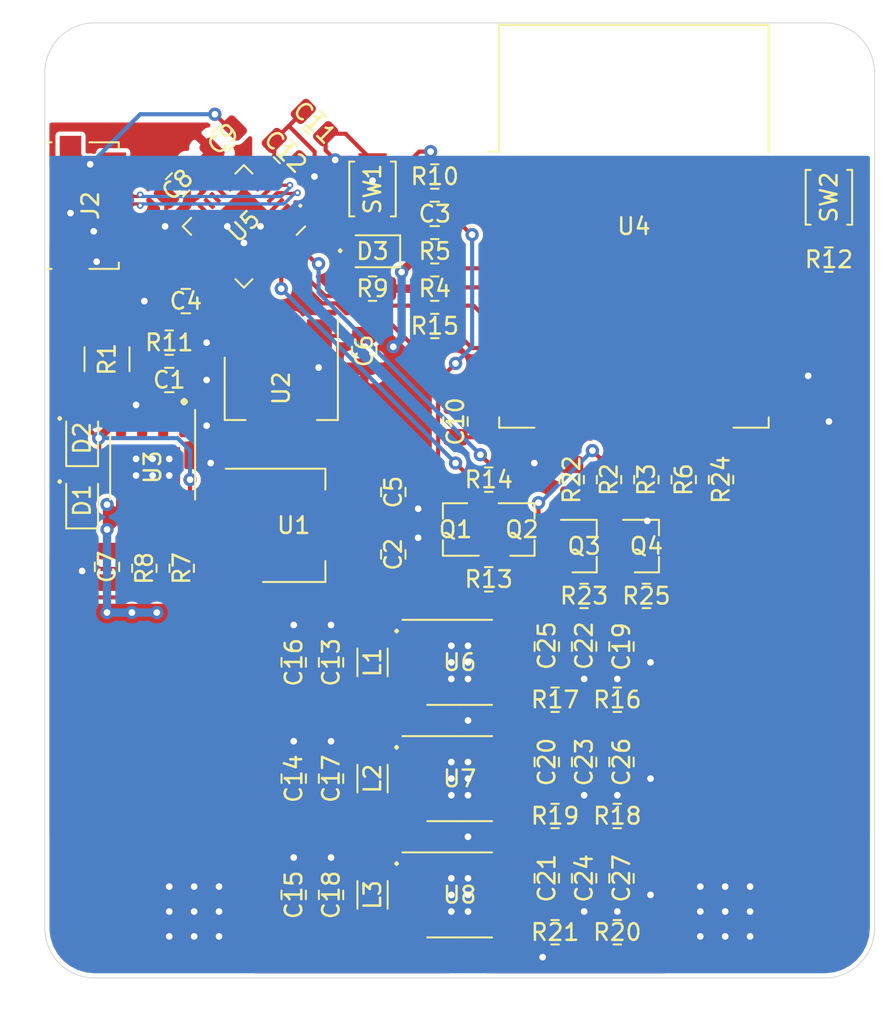
<source format=kicad_pcb>
(kicad_pcb (version 20211014) (generator pcbnew)
  (title_block (title "WLED Controller PCB") (date "2021-12-14") (rev "1.0") (company "Shadman Habib"))
  (layers (0 "F.Cu" signal) (31 "B.Cu" signal) (34 "B.Paste" user) (35 "F.Paste" user) (36 "B.SilkS" user "B.Silkscreen") (37 "F.SilkS" user "F.Silkscreen") (38 "B.Mask" user) (39 "F.Mask" user) (44 "Edge.Cuts" user))
  (net 0 "")
  (net 1 "GND")
  (net 2 "Net-(C1-Pad1)")
  (net 3 "+BATT")
  (net 4 "/nRST")
  (net 5 "VBUS")
  (net 6 "+3V3")
  (net 7 "+5V")
  (net 8 "Net-(D1-Pad1)")
  (net 9 "Net-(D2-Pad1)")
  (net 10 "Net-(D3-Pad2)")
  (net 11 "/GPIO16")
  (net 13 "/D_P")
  (net 14 "/D_N")
  (net 15 "/SDA")
  (net 16 "/SCL")
  (net 17 "/MISO")
  (net 18 "/MOSI")
  (net 19 "/SCLK")
  (net 20 "/GPIO2")
  (net 21 "/TXD")
  (net 22 "/RXD")
  (net 23 "Net-(L1-Pad2)")
  (net 24 "Net-(L2-Pad2)")
  (net 25 "Net-(L3-Pad2)")
  (net 26 "/RTS")
  (net 27 "Net-(Q1-Pad1)")
  (net 28 "/GPIO0")
  (net 29 "/DTR")
  (net 30 "Net-(Q2-Pad1)")
  (net 31 "/EN")
  (net 32 "/GPIO15")
  (net 33 "Net-(R7-Pad1)")
  (net 34 "Net-(R8-Pad1)")
  (net 35 "Net-(R11-Pad1)")
  (net 36 "Net-(R12-Pad2)")
  (net 37 "Net-(R15-Pad2)")
  (net 38 "Net-(R16-Pad2)")
  (net 39 "Net-(R18-Pad2)")
  (net 40 "Net-(R20-Pad2)")
  (net 66 "/DATA")
  (net 67 "/CLOCK")
  (footprint "Capacitor_SMD:C_0805_2012Metric" (layer "F.Cu") (at 132 88.5)
    (fp_text reference "C1")
    (fp_text value "10uF")
  )
  (footprint "Capacitor_SMD:C_0805_2012Metric" (layer "F.Cu") (at 145.5 99 90)
    (fp_text reference "C2")
    (fp_text value "10uF")
  )
  (footprint "Capacitor_SMD:C_0805_2012Metric" (layer "F.Cu") (at 148 78.5 180)
    (fp_text reference "C3")
    (fp_text value "0.1uF")
  )
  (footprint "Capacitor_SMD:C_0805_2012Metric" (layer "F.Cu") (at 133 83.75 180)
    (fp_text reference "C4")
    (fp_text value "10uF")
  )
  (footprint "Capacitor_SMD:C_0805_2012Metric" (layer "F.Cu") (at 145.5 95.25 -90)
    (fp_text reference "C5")
    (fp_text value "10uF")
  )
  (footprint "Capacitor_SMD:C_0805_2012Metric" (layer "F.Cu") (at 143.75 86.75 90)
    (fp_text reference "C6")
    (fp_text value "10uF")
  )
  (footprint "Capacitor_SMD:C_0805_2012Metric" (layer "F.Cu") (at 128.25 99.75 -90)
    (fp_text reference "C7")
    (fp_text value "10uF")
  )
  (footprint "Capacitor_SMD:C_0805_2012Metric" (layer "F.Cu") (at 132.5 76.75 -135)
    (fp_text reference "C8")
    (fp_text value "10uF")
  )
  (footprint "Capacitor_SMD:C_0805_2012Metric" (layer "F.Cu") (at 135.25 74 45)
    (fp_text reference "C9")
    (fp_text value "0.1uF")
  )
  (footprint "Capacitor_SMD:C_0805_2012Metric" (layer "F.Cu") (at 149.25 91 90)
    (fp_text reference "C10")
    (fp_text value "0.1uF")
  )
  (footprint "Capacitor_SMD:C_0805_2012Metric" (layer "F.Cu") (at 140.75 73 -45)
    (fp_text reference "C11")
    (fp_text value "10uF")
  )
  (footprint "Capacitor_SMD:C_0805_2012Metric" (layer "F.Cu") (at 139 74.75 -45)
    (fp_text reference "C12")
    (fp_text value "0.1uF")
  )
  (footprint "Capacitor_SMD:C_0805_2012Metric" (layer "F.Cu") (at 141.75 105.5 90)
    (fp_text reference "C13")
    (fp_text value "22u")
  )
  (footprint "Capacitor_SMD:C_0805_2012Metric" (layer "F.Cu") (at 139.5 112.5 90)
    (fp_text reference "C14")
    (fp_text value "22u")
  )
  (footprint "Capacitor_SMD:C_0805_2012Metric" (layer "F.Cu") (at 139.5 119.5 90)
    (fp_text reference "C15")
    (fp_text value "22u")
  )
  (footprint "Capacitor_SMD:C_0805_2012Metric" (layer "F.Cu") (at 139.5 105.5 90)
    (fp_text reference "C16")
    (fp_text value "22u")
  )
  (footprint "Capacitor_SMD:C_0805_2012Metric" (layer "F.Cu") (at 141.75 112.5 90)
    (fp_text reference "C17")
    (fp_text value "22u")
  )
  (footprint "Capacitor_SMD:C_0805_2012Metric" (layer "F.Cu") (at 141.75 119.5 90)
    (fp_text reference "C18")
    (fp_text value "22u")
  )
  (footprint "Capacitor_SMD:C_0805_2012Metric" (layer "F.Cu") (at 159.25 104.55 -90)
    (fp_text reference "C19")
    (fp_text value "22u")
  )
  (footprint "Capacitor_SMD:C_0805_2012Metric" (layer "F.Cu") (at 154.75 111.5 -90)
    (fp_text reference "C20")
    (fp_text value "22u")
  )
  (footprint "Capacitor_SMD:C_0805_2012Metric" (layer "F.Cu") (at 154.75 118.5 -90)
    (fp_text reference "C21")
    (fp_text value "22u")
  )
  (footprint "Capacitor_SMD:C_0805_2012Metric" (layer "F.Cu") (at 157 104.55 -90)
    (fp_text reference "C22")
    (fp_text value "22u")
  )
  (footprint "Capacitor_SMD:C_0805_2012Metric" (layer "F.Cu") (at 157 111.5 -90)
    (fp_text reference "C23")
    (fp_text value "22u")
  )
  (footprint "Capacitor_SMD:C_0805_2012Metric" (layer "F.Cu") (at 157 118.5 -90)
    (fp_text reference "C24")
    (fp_text value "22u")
  )
  (footprint "Capacitor_SMD:C_0805_2012Metric" (layer "F.Cu") (at 154.75 104.55 -90)
    (fp_text reference "C25")
    (fp_text value "22u")
  )
  (footprint "Capacitor_SMD:C_0805_2012Metric" (layer "F.Cu") (at 159.25 111.5 -90)
    (fp_text reference "C26")
    (fp_text value "22u")
  )
  (footprint "Capacitor_SMD:C_0805_2012Metric" (layer "F.Cu") (at 159.25 118.5 -90)
    (fp_text reference "C27")
    (fp_text value "22u")
  )
  (footprint "LED_SMD:LED_0805_2012Metric" (layer "F.Cu") (at 126.75 95.75 90)
    (fp_text reference "D1")
    (fp_text value "LED")
  )
  (footprint "LED_SMD:LED_0805_2012Metric" (layer "F.Cu") (at 126.75 92 90)
    (fp_text reference "D2")
    (fp_text value "LED")
  )
  (footprint "LED_SMD:LED_0805_2012Metric" (layer "F.Cu") (at 144.23 80.75 180)
    (fp_text reference "D3")
    (fp_text value "LED")
  )
  (footprint "Connector_Wire:SolderWirePad_1x01_SMD_5x10mm" (layer "F.Cu") (at 131 109.75 90)
    (fp_text reference "J1" hide)
    (fp_text value "Conn_01x01_Male")
  )
  (footprint "Connector_USB:USB_Micro-B_Molex_47346-0001" (layer "F.Cu") (at 127.25 78 -90)
    (fp_text reference "J2")
    (fp_text value "USB_B_Micro")
  )
  (footprint "Connector_Wire:SolderWirePad_1x01_SMD_5x10mm" (layer "F.Cu") (at 131 120.5 90)
    (fp_text reference "J3" hide)
    (fp_text value "Conn_01x01_Male")
  )
  (footprint "Connector_Wire:SolderWirePad_1x01_SMD_5x10mm" (layer "F.Cu") (at 167.98 109.75 -90)
    (fp_text reference "J4" hide)
    (fp_text value "Conn_01x01_Male")
  )
  (footprint "Connector_Wire:SolderWirePad_1x01_SMD_5x10mm" (layer "F.Cu") (at 167.98 120.5 -90)
    (fp_text reference "J5" hide)
    (fp_text value "Conn_01x01_Male")
  )
  (footprint "Connector_Wire:SolderWirePad_1x01_SMD_1x2mm" (layer "F.Cu") (at 172 102.5 90)
    (fp_text reference "J11" hide)
    (fp_text value "Conn_01x01_Male")
  )
  (footprint "Connector_Wire:SolderWirePad_1x01_SMD_1x2mm" (layer "F.Cu") (at 172 97.5 90)
    (fp_text reference "J12" hide)
    (fp_text value "Conn_01x01_Male")
  )
  (footprint "Inductor_SMD:L_1206_3216Metric" (layer "F.Cu") (at 144.25 105.5 90)
    (fp_text reference "L1")
    (fp_text value "3.3u")
  )
  (footprint "Inductor_SMD:L_1206_3216Metric" (layer "F.Cu") (at 144.25 112.5 90)
    (fp_text reference "L2")
    (fp_text value "3.3u")
  )
  (footprint "Inductor_SMD:L_1206_3216Metric" (layer "F.Cu") (at 144.25 119.5 90)
    (fp_text reference "L3")
    (fp_text value "3.3u")
  )
  (footprint "Package_TO_SOT_SMD:SOT-23" (layer "F.Cu") (at 149.25 97.5 180)
    (fp_text reference "Q1")
    (fp_text value "S8050_SMD")
  )
  (footprint "Package_TO_SOT_SMD:SOT-23" (layer "F.Cu") (at 153.25 97.5)
    (fp_text reference "Q2")
    (fp_text value "S8050_SMD")
  )
  (footprint "Resistor_SMD:R_1210_3225Metric" (layer "F.Cu") (at 128.25 87.25 90)
    (fp_text reference "R1")
    (fp_text value "0.4")
  )
  (footprint "Resistor_SMD:R_0805_2012Metric" (layer "F.Cu") (at 158.5 94.5 -90)
    (fp_text reference "R2")
    (fp_text value "10k")
  )
  (footprint "Resistor_SMD:R_0805_2012Metric" (layer "F.Cu") (at 160.75 94.5 -90)
    (fp_text reference "R3")
    (fp_text value "10k")
  )
  (footprint "Resistor_SMD:R_0805_2012Metric" (layer "F.Cu") (at 148 83 180)
    (fp_text reference "R4")
    (fp_text value "10k")
  )
  (footprint "Resistor_SMD:R_0805_2012Metric" (layer "F.Cu") (at 148 80.75 180)
    (fp_text reference "R5")
    (fp_text value "10k")
  )
  (footprint "Resistor_SMD:R_0805_2012Metric" (layer "F.Cu") (at 163 94.5 -90)
    (fp_text reference "R6")
    (fp_text value "10k")
  )
  (footprint "Resistor_SMD:R_0805_2012Metric" (layer "F.Cu") (at 132.75 99.8375 -90)
    (fp_text reference "R7")
    (fp_text value "1k")
  )
  (footprint "Resistor_SMD:R_0805_2012Metric" (layer "F.Cu") (at 130.5 99.8375 -90)
    (fp_text reference "R8")
    (fp_text value "1k")
  )
  (footprint "Resistor_SMD:R_0805_2012Metric" (layer "F.Cu") (at 144.25 83 180)
    (fp_text reference "R9")
    (fp_text value "470")
  )
  (footprint "Resistor_SMD:R_0805_2012Metric" (layer "F.Cu") (at 148 76.25 180)
    (fp_text reference "R10")
    (fp_text value "470")
  )
  (footprint "Resistor_SMD:R_0805_2012Metric" (layer "F.Cu") (at 132 86.25)
    (fp_text reference "R11")
    (fp_text value "1.2k")
  )
  (footprint "Resistor_SMD:R_0805_2012Metric" (layer "F.Cu") (at 171.75 81.25)
    (fp_text reference "R12")
    (fp_text value "470")
  )
  (footprint "Resistor_SMD:R_0805_2012Metric" (layer "F.Cu") (at 151.25 100.5)
    (fp_text reference "R13")
    (fp_text value "10k")
  )
  (footprint "Resistor_SMD:R_0805_2012Metric" (layer "F.Cu") (at 151.25 94.5 180)
    (fp_text reference "R14")
    (fp_text value "10k")
  )
  (footprint "Resistor_SMD:R_0805_2012Metric" (layer "F.Cu") (at 148 85.25 180)
    (fp_text reference "R15")
    (fp_text value "470")
  )
  (footprint "Resistor_SMD:R_0805_2012Metric" (layer "F.Cu") (at 159 107.75 180)
    (fp_text reference "R16")
    (fp_text value "100k")
  )
  (footprint "Resistor_SMD:R_0805_2012Metric" (layer "F.Cu") (at 155.25 107.75 180)
    (fp_text reference "R17")
    (fp_text value "33k")
  )
  (footprint "Resistor_SMD:R_0805_2012Metric" (layer "F.Cu") (at 159 114.75 180)
    (fp_text reference "R18")
    (fp_text value "100k")
  )
  (footprint "Resistor_SMD:R_0805_2012Metric" (layer "F.Cu") (at 155.25 114.75 180)
    (fp_text reference "R19")
    (fp_text value "33k")
  )
  (footprint "Resistor_SMD:R_0805_2012Metric" (layer "F.Cu") (at 159 121.75 180)
    (fp_text reference "R20")
    (fp_text value "100k")
  )
  (footprint "Resistor_SMD:R_0805_2012Metric" (layer "F.Cu") (at 155.25 121.75 180)
    (fp_text reference "R21")
    (fp_text value "33k")
  )
  (footprint "Button_Switch_SMD:SW_SPST_B3U-1000P" (layer "F.Cu") (at 144.25 77 90)
    (fp_text reference "SW1")
    (fp_text value "SW_SPST")
  )
  (footprint "Button_Switch_SMD:SW_SPST_B3U-1000P" (layer "F.Cu") (at 171.75 77.5 90)
    (fp_text reference "SW2")
    (fp_text value "SW_SPST")
  )
  (footprint "Package_TO_SOT_SMD:SOT-223" (layer "F.Cu") (at 139.5 97.25)
    (fp_text reference "U1")
    (fp_text value "AMS1117-3.3")
  )
  (footprint "Package_TO_SOT_SMD:SOT-223" (layer "F.Cu") (at 138.75 89 -90)
    (fp_text reference "U2")
    (fp_text value "AMS1117-3.3")
  )
  (footprint "myfootprints:SOP-8-EP_3.9x4.9mm_P1.27mm" (layer "F.Cu") (at 131 93.75 -90)
    (fp_text reference "U3")
    (fp_text value "TP4056")
  )
  (footprint "RF_Module:ESP-12E" (layer "F.Cu") (at 160 79.25)
    (fp_text reference "U4")
    (fp_text value "ESP-12F")
  )
  (footprint "Package_DFN_QFN:QFN-28-1EP_5x5mm_P0.5mm_EP3.35x3.35mm" (layer "F.Cu") (at 136.5 79.25 -135)
    (fp_text reference "U5")
    (fp_text value "CP2102N-A01-GQFN28")
  )
  (footprint "myfootprints:SOP-8-EP_3.9x4.9mm_P1.27mm" (layer "F.Cu") (at 149.5 105.5)
    (fp_text reference "U6")
    (fp_text value "AP2007")
  )
  (footprint "myfootprints:SOP-8-EP_3.9x4.9mm_P1.27mm" (layer "F.Cu") (at 149.5 112.5)
    (fp_text reference "U7")
    (fp_text value "AP2007")
  )
  (footprint "myfootprints:SOP-8-EP_3.9x4.9mm_P1.27mm" (layer "F.Cu") (at 149.5 119.5)
    (fp_text reference "U8")
    (fp_text value "AP2007")
  )
  (footprint "Package_TO_SOT_SMD:SOT-23" (layer "F.Cu") (at 157 98.5)
    (fp_text reference "Q3")
    (fp_text value "2N7002")
  )
  (footprint "Package_TO_SOT_SMD:SOT-23" (layer "F.Cu") (at 160.75 98.5)
    (fp_text reference "Q4")
    (fp_text value "2N7002")
  )
  (footprint "Resistor_SMD:R_0805_2012Metric" (layer "F.Cu") (at 156.25 94.5 -90)
    (fp_text reference "R22")
    (fp_text value "10k")
  )
  (footprint "Resistor_SMD:R_0805_2012Metric" (layer "F.Cu") (at 157 101.5)
    (fp_text reference "R23")
    (fp_text value "10k")
  )
  (footprint "Resistor_SMD:R_0805_2012Metric" (layer "F.Cu") (at 165.25 94.5 -90)
    (fp_text reference "R24")
    (fp_text value "10k")
  )
  (footprint "Resistor_SMD:R_0805_2012Metric" (layer "F.Cu") (at 160.75 101.5)
    (fp_text reference "R25")
    (fp_text value "10k")
  )
  (gr_line (start 174.5 70) (end 174.5 121.5) (layer "Edge.Cuts") (width 0.05))
  (gr_line (start 171.5 124.5) (end 127.5 124.5) (layer "Edge.Cuts") (width 0.05))
  (gr_line (start 124.5 121.5) (end 124.5 70) (layer "Edge.Cuts") (width 0.05))
  (gr_line (start 127.5 67) (end 171.5 67) (layer "Edge.Cuts") (width 0.05))
  (gr_arc (start 174.5 121.5) (mid 173.62132 123.62132) (end 171.5 124.5) (layer "Edge.Cuts") (width 0.05))
  (gr_arc (start 171.5 67) (mid 173.62132 67.87868) (end 174.5 70) (layer "Edge.Cuts") (width 0.05))
  (gr_arc (start 127.5 124.5) (mid 125.37868 123.62132) (end 124.5 121.5) (layer "Edge.Cuts") (width 0.05))
  (gr_arc (start 124.5 70) (mid 125.37868 67.87868) (end 127.5 67) (layer "Edge.Cuts") (width 0.05))
  (gr_text "." (at 145.7 117) (layer "F.SilkS") (effects (font (size 1.5 1.5))))
  (gr_text "." (at 142.3 80.1) (layer "F.SilkS") (effects (font (size 1.5 1.5))))
  (gr_text "." (at 145.7 103) (layer "F.SilkS") (effects (font (size 1.5 1.5))))
  (gr_text "." (at 139.9 77.6) (layer "F.SilkS") (effects (font (size 1 1))))
  (gr_text "." (at 125.4 90.2) (layer "F.SilkS") (effects (font (size 1.5 1.5))))
  (gr_text "." (at 132.9 89.2) (layer "F.SilkS") (effects (font (size 1.5 1.5) (thickness 0.3))))
  (gr_text "." (at 145.7 110) (layer "F.SilkS") (effects (font (size 1.5 1.5))))
  (gr_text "." (at 125.4 94) (layer "F.SilkS") (effects (font (size 1.5 1.5))))
  (segment (start 127.625 81.375) (end 127.7375 81.375) (width 0.5) (layer "F.Cu") (net 1))
  (segment (start 127.45 79.55) (end 128.485001 79.55) (width 0.5) (layer "F.Cu") (net 1))
  (segment (start 127.2375 75.5125) (end 126.9375 75.5125) (width 0.5) (layer "F.Cu") (net 1))
  (segment (start 126.05 78.45) (end 126.05 79.55) (width 0.5) (layer "F.Cu") (net 1))
  (segment (start 152.125 107.405) (end 153.9925 107.405) (width 0.5) (layer "F.Cu") (net 1))
  (segment (start 159.25 119.45) (end 159.25 120.25) (width 0.5) (layer "F.Cu") (net 1))
  (segment (start 134.125 91.125) (end 134.25 91.25) (width 0.25) (layer "F.Cu") (net 1))
  (segment (start 159.25 106.25) (end 159 106.5) (width 0.5) (layer "F.Cu") (net 1))
  (segment (start 127.7375 81.375) (end 128.625 80.4875) (width 0.5) (layer "F.Cu") (net 1))
  (segment (start 132.9125 86.25) (end 132.9125 88.4625) (width 0.25) (layer "F.Cu") (net 1))
  (segment (start 139.5 118.55) (end 139.5 117.25) (width 0.5) (layer "F.Cu") (net 1))
  (segment (start 126.05 79.55) (end 126.05 81.375) (width 0.5) (layer "F.Cu") (net 1))
  (segment (start 153.9925 114.405) (end 154.3375 114.75) (width 0.5) (layer "F.Cu") (net 1))
  (segment (start 154.3375 121.75) (end 152.47 121.75) (width 0.5) (layer "F.Cu") (net 1))
  (segment (start 132.05 85.3875) (end 132.9125 86.25) (width 0.25) (layer "F.Cu") (net 1))
  (segment (start 135.921751 73.328249) (end 135.578249 73.328249) (width 0.25) (layer "F.Cu") (net 1))
  (segment (start 128.485001 79.55) (end 128.71 79.325001) (width 0.5) (layer "F.Cu") (net 1))
  (segment (start 151.595 114.405) (end 150 116) (width 0.5) (layer "F.Cu") (net 1))
  (segment (start 141.75 104.55) (end 141.75 103.25) (width 0.5) (layer "F.Cu") (net 1))
  (segment (start 159.25 120.25) (end 159 120.5) (width 0.5) (layer "F.Cu") (net 1))
  (segment (start 132.9125 88.4625) (end 132.95 88.5) (width 0.25) (layer "F.Cu") (net 1))
  (segment (start 128.25 100.7) (end 127.45 100.7) (width 0.5) (layer "F.Cu") (net 1))
  (segment (start 147.05 78.5) (end 147.92501 77.62499) (width 0.25) (layer "F.Cu") (net 1))
  (segment (start 149.25 91.95) (end 152.45 91.95) (width 0.25) (layer "F.Cu") (net 1))
  (segment (start 137.207107 79.25) (end 136.5 79.25) (width 0.25) (layer "F.Cu") (net 1))
  (segment (start 132.05 83.75) (end 130.5 83.75) (width 0.25) (layer "F.Cu") (net 1))
  (segment (start 145.31181 76.5) (end 144.25 76.5) (width 0.25) (layer "F.Cu") (net 1))
  (segment (start 126.9375 75.5125) (end 126.05 74.625) (width 0.5) (layer "F.Cu") (net 1))
  (segment (start 151.595 107.405) (end 150 109) (width 0.5) (layer "F.Cu") (net 1))
  (segment (start 131.828249 79.171751) (end 131.75 79.25) (width 0.25) (layer "F.Cu") (net 1))
  (segment (start 153.9925 107.405) (end 154.3375 107.75) (width 0.5) (layer "F.Cu") (net 1))
  (segment (start 157 119.45) (end 159.25 119.45) (width 0.5) (layer "F.Cu") (net 1))
  (segment (start 142.621751 73.671751) (end 144.25 75.3) (width 0.25) (layer "F.Cu") (net 1))
  (segment (start 162.27569 95.4125) (end 160.807873 96.880317) (width 0.25) (layer "F.Cu") (net 1))
  (segment (start 141.05 85.85) (end 143.7 85.85) (width 0.25) (layer "F.Cu") (net 1))
  (segment (start 126.05 81.375) (end 127.625 81.375) (width 0.5) (layer "F.Cu") (net 1))
  (segment (start 171.75 75.8) (end 173.950019 78.000019) (width 0.25) (layer "F.Cu") (net 1))
  (segment (start 130.365 91.125) (end 130.365 90.365) (width 0.25) (layer "F.Cu") (net 1))
  (segment (start 146.95 96.2) (end 147 96.25) (width 0.25) (layer "F.Cu") (net 1))
  (segment (start 159.25 119.45) (end 160.95 119.45) (width 0.5) (layer "F.Cu") (net 1))
  (segment (start 132.95 88.5) (end 132.95 91.08) (width 0.25) (layer "F.Cu") (net 1))
  (segment (start 147.06181 74.75) (end 145.31181 76.5) (width 0.25) (layer "F.Cu") (net 1))
  (segment (start 157 105.5) (end 157 106.5) (width 0.5) (layer "F.Cu") (net 1))
  (segment (start 135.578249 73.328249) (end 134.75 72.5) (width 0.25) (layer "F.Cu") (net 1))
  (segment (start 141.75 118.55) (end 139.5 118.55) (width 0.5) (layer "F.Cu") (net 1))
  (segment (start 145.5 96.2) (end 146.95 96.2) (width 0.25) (layer "F.Cu") (net 1))
  (segment (start 157 112.45) (end 157 113.5) (width 0.5) (layer "F.Cu") (net 1))
  (segment (start 126.05 76.85) (end 126.05 78.45) (width 0.5) (layer "F.Cu") (net 1))
  (segment (start 143.7 85.85) (end 143.75 85.8) (width 0.25) (layer "F.Cu") (net 1))
  (segment (start 173.950019 88.799981) (end 171.75 91) (width 0.25) (layer "F.Cu") (net 1))
  (segment (start 160.95 112.45) (end 161 112.5) (width 0.5) (layer "F.Cu") (net 1))
  (segment (start 139.5 104.55) (end 141.75 104.55) (width 0.5) (layer "F.Cu") (net 1))
  (segment (start 152.125 114.405) (end 153.9925 114.405) (width 0.5) (layer "F.Cu") (net 1))
  (segment (start 163 95.4125) (end 162.27569 95.4125) (width 0.25) (layer "F.Cu") (net 1))
  (segment (start 136.35 94.95) (end 135.95 94.95) (width 0.25) (layer "F.Cu") (net 1))
  (segment (start 154.3375 123.0875) (end 154.5 123.25) (width 0.5) (layer "F.Cu") (net 1))
  (segment (start 152.125 114.405) (end 151.595 114.405) (width 0.5) (layer "F.Cu") (net 1))
  (segment (start 173.950019 78.000019) (end 173.950019 88.799981) (width 0.25) (layer "F.Cu") (net 1))
  (segment (start 139.921751 75.421751) (end 140.75 76.25) (width 0.25) (layer "F.Cu") (net 1))
  (segment (start 132.905 91.125) (end 134.125 91.125) (width 0.25) (layer "F.Cu") (net 1))
  (segment (start 144.25 75.3) (end 144.25 76.5) (width 0.25) (layer "F.Cu") (net 1))
  (segment (start 126.05 76.4) (end 126.9375 75.5125) (width 0.5) (layer "F.Cu") (net 1))
  (segment (start 154.75 112.45) (end 157 112.45) (width 0.5) (layer "F.Cu") (net 1))
  (segment (start 145.5 98.05) (end 145.5 96.2) (width 0.25) (layer "F.Cu") (net 1))
  (segment (start 130.365 90.365) (end 130 90) (width 0.25) (layer "F.Cu") (net 1))
  (segment (start 141.421751 74.671751) (end 142 75.25) (width 0.25) (layer "F.Cu") (net 1))
  (segment (start 141.75 111.55) (end 139.5 111.55) (width 0.5) (layer "F.Cu") (net 1))
  (segment (start 147.75 74.75) (end 147.06181 74.75) (width 0.25) (layer "F.Cu") (net 1))
  (segment (start 132.95 91.08) (end 132.905 91.125) (width 0.25) (layer "F.Cu") (net 1))
  (segment (start 141.75 111.55) (end 141.75 110.25) (width 0.5) (layer "F.Cu") (net 1))
  (segment (start 141.421751 73.671751) (end 141.421751 74.671751) (width 0.25) (layer "F.Cu") (net 1))
  (segment (start 159.25 112.45) (end 159.25 113.25) (width 0.5) (layer "F.Cu") (net 1))
  (segment (start 159.25 105.5) (end 159.25 106.25) (width 0.5) (layer "F.Cu") (net 1))
  (segment (start 132.9125 86.25) (end 134.25 86.25) (width 0.25) (layer "F.Cu") (net 1))
  (segment (start 139.5 111.55) (end 139.5 110.25) (width 0.5) (layer "F.Cu") (net 1))
  (segment (start 147.92501 77.62499) (end 147.92501 74.92501) (width 0.25) (layer "F.Cu") (net 1))
  (segment (start 139.671751 75.421751) (end 139.921751 75.421751) (width 0.25) (layer "F.Cu") (net 1))
  (segment (start 167.6 89.75) (end 169 89.75) (width 0.25) (layer "F.Cu") (net 1))
  (segment (start 147.92501 74.92501) (end 147.75 74.75) (width 0.25) (layer "F.Cu") (net 1))
  (segment (start 154.75 105.5) (end 159.25 105.5) (width 0.5) (layer "F.Cu") (net 1))
  (segment (start 141.05 87.7) (end 141 87.75) (width 0.25) (layer "F.Cu") (net 1))
  (segment (start 141.421751 73.671751) (end 142.621751 73.671751) (width 0.25) (layer "F.Cu") (net 1))
  (segment (start 135.95 94.95) (end 134.5 93.5) (width 0.25) (layer "F.Cu") (net 1))
  (segment (start 160.95 119.45) (end 161 119.5) (width 0.5) (layer "F.Cu") (net 1))
  (segment (start 131.828249 77.421751) (end 131.828249 79.171751) (width 0.25) (layer "F.Cu") (net 1))
  (segment (start 152.45 91.95) (end 154 93.5) (width 0.25) (layer "F.Cu") (net 1))
  (segment (start 159.25 113.25) (end 159 113.5) (width 0.5) (layer "F.Cu") (net 1))
  (segment (start 159.25 105.5) (end 161 105.5) (width 0.5) (layer "F.Cu") (net 1))
  (segment (start 132.05 83.75) (end 132.05 85.3875) (width 0.25) (layer "F.Cu") (net 1))
  (segment (start 152.125 107.405) (end 151.595 107.405) (width 0.5) (layer "F.Cu") (net 1))
  (segment (start 169 89.75) (end 170.5 88.25) (width 0.25) (layer "F.Cu") (net 1))
  (segment (start 159.25 112.45) (end 160.95 112.45) (width 0.5) (layer "F.Cu") (net 1))
  (segment (start 152.47 121.75) (end 152.125 121.405) (width 0.5) (layer "F.Cu") (net 1))
  (segment (start 157 119.45) (end 157 120.5) (width 0.5) (layer "F.Cu") (net 1))
  (segment (start 138.585965 77.871142) (end 137.207107 79.25) (width 0.25) (layer "F.Cu") (net 1))
  (segment (start 154.3375 121.75) (end 154.3375 123.0875) (width 0.5) (layer "F.Cu") (net 1))
  (segment (start 128.625 75.5125) (end 127.2375 75.5125) (width 0.5) (layer "F.Cu") (net 1))
  (segment (start 139.5 104.55) (end 139.5 103.25) (width 0.5) (layer "F.Cu") (net 1))
  (segment (start 146.95 98.05) (end 147 98) (width 0.25) (layer "F.Cu") (net 1))
  (segment (start 160.807873 96.880317) (end 160.807873 96.98182) (width 0.25) (layer "F.Cu") (net 1))
  (segment (start 154.75 119.45) (end 157 119.45) (width 0.5) (layer "F.Cu") (net 1))
  (segment (start 127.45 100.7) (end 126.75 100) (width 0.5) (layer "F.Cu") (net 1))
  (segment (start 145.5 98.05) (end 146.95 98.05) (width 0.25) (layer "F.Cu") (net 1))
  (segment (start 141.75 118.55) (end 141.75 117.25) (width 0.5) (layer "F.Cu") (net 1))
  (segment (start 141.05 85.85) (end 141.05 87.7) (width 0.25) (layer "F.Cu") (net 1))
  (segment (start 157 112.45) (end 159.25 112.45) (width 0.5) (layer "F.Cu") (net 1))
  (segment (start 126.05 76.85) (end 126.05 76.4) (width 0.5) (layer "F.Cu") (net 1))
  (segment (start 132.95 88.5) (end 134.25 88.5) (width 0.25) (layer "F.Cu") (net 1))
  (segment (start 126.05 79.55) (end 127.45 79.55) (width 0.5) (layer "F.Cu") (net 1))
  (via (at 150 106.5) (size 0.8) (drill 0.4) (layers "F.Cu" "B.Cu") (net 1))
  (via (at 150 120.5) (size 0.8) (drill 0.4) (layers "F.Cu" "B.Cu") (net 1))
  (via (at 150 118.5) (size 0.8) (drill 0.4) (layers "F.Cu" "B.Cu") (net 1))
  (via (at 150 119.5) (size 0.8) (drill 0.4) (layers "F.Cu" "B.Cu") (net 1))
  (via (at 149 119.5) (size 0.8) (drill 0.4) (layers "F.Cu" "B.Cu") (net 1))
  (via (at 149 120.5) (size 0.8) (drill 0.4) (layers "F.Cu" "B.Cu") (net 1))
  (via (at 149 118.5) (size 0.8) (drill 0.4) (layers "F.Cu" "B.Cu") (net 1))
  (via (at 126.75 100) (size 0.8) (drill 0.4) (layers "F.Cu" "B.Cu") (net 1))
  (via (at 135 122) (size 0.8) (drill 0.4) (layers "F.Cu" "B.Cu") (net 1))
  (via (at 142 75.25) (size 0.8) (drill 0.4) (layers "F.Cu" "B.Cu") (net 1))
  (via (at 141.75 110.25) (size 0.8) (drill 0.4) (layers "F.Cu" "B.Cu") (net 1))
  (via (at 130 93.25) (size 0.8) (drill 0.4) (layers "F.Cu" "B.Cu") (net 1))
  (via (at 133.5 119) (size 0.8) (drill 0.4) (layers "F.Cu" "B.Cu") (net 1))
  (via (at 130 90) (size 0.8) (drill 0.4) (layers "F.Cu" "B.Cu") (net 1))
  (via (at 139.5 110.25) (size 0.8) (drill 0.4) (layers "F.Cu" "B.Cu") (net 1))
  (via (at 165.5 122) (size 0.8) (drill 0.4) (layers "F.Cu" "B.Cu") (net 1))
  (via (at 132 93.25) (size 0.8) (drill 0.4) (layers "F.Cu" "B.Cu") (net 1))
  (via (at 147.75 74.75) (size 0.8) (drill 0.4) (layers "F.Cu" "B.Cu") (net 1))
  (via (at 139.5 103.25) (size 0.8) (drill 0.4) (layers "F.Cu" "B.Cu") (net 1))
  (via (at 161 119.5) (size 0.8) (drill 0.4) (layers "F.Cu" "B.Cu") (net 1))
  (via (at 161 105.5) (size 0.8) (drill 0.4) (layers "F.Cu" "B.Cu") (net 1))
  (via (at 157 106.5) (size 0.8) (drill 0.4) (layers "F.Cu" "B.Cu") (net 1))
  (via (at 149 104.5) (size 0.8) (drill 0.4) (layers "F.Cu" "B.Cu") (net 1))
  (via (at 150 111.5) (size 0.8) (drill 0.4) (layers "F.Cu" "B.Cu") (net 1))
  (via (at 165.5 119) (size 0.8) (drill 0.4) (layers "F.Cu" "B.Cu") (net 1))
  (via (at 150 109) (size 0.8) (drill 0.4) (layers "F.Cu" "B.Cu") (net 1))
  (via (at 130.5 83.75) (size 0.8) (drill 0.4) (layers "F.Cu" "B.Cu") (net 1))
  (via (at 133.5 120.5) (size 0.8) (drill 0.4) (layers "F.Cu" "B.Cu") (net 1))
  (via (at 141 87.75) (size 0.8) (drill 0.4) (layers "F.Cu" "B.Cu") (net 1))
  (via (at 167 119) (size 0.8) (drill 0.4) (layers "F.Cu" "B.Cu") (net 1))
  (via (at 157 113.5) (size 0.8) (drill 0.4) (layers "F.Cu" "B.Cu") (net 1))
  (via (at 144.25 76.5) (size 0.8) (drill 0.4) (layers "F.Cu" "B.Cu") (net 1))
  (via (at 134.25 91.25) (size 0.8) (drill 0.4) (layers "F.Cu" "B.Cu") (net 1))
  (via (at 136.5 80.25) (size 0.8) (drill 0.4) (layers "F.Cu" "B.Cu") (net 1))
  (via (at 159 113.5) (size 0.8) (drill 0.4) (layers "F.Cu" "B.Cu") (net 1))
  (via (at 134.5 93.5) (size 0.8) (drill 0.4) (layers "F.Cu" "B.Cu") (net 1))
  (via (at 150 113.5) (size 0.8) (drill 0.4) (layers "F.Cu" "B.Cu") (net 1))
  (via (at 132 94.25) (size 0.8) (drill 0.4) (layers "F.Cu" "B.Cu") (net 1))
  (via (at 149 112.5) (size 0.8) (drill 0.4) (layers "F.Cu" "B.Cu") (net 1))
  (via (at 150 116) (size 0.8) (drill 0.4) (layers "F.Cu" "B.Cu") (net 1))
  (via (at 167 120.5) (size 0.8) (drill 0.4) (layers "F.Cu" "B.Cu") (net 1))
  (via (at 160.807873 96.98182) (size 0.8) (drill 0.4) (layers "F.Cu" "B.Cu") (net 1))
  (via (at 154 93.5) (size 0.8) (drill 0.4) (layers "F.Cu" "B.Cu") (net 1))
  (via (at 140.75 76.25) (size 0.8) (drill 0.4) (layers "F.Cu" "B.Cu") (net 1))
  (via (at 131 93.25) (size 0.8) (drill 0.4) (layers "F.Cu" "B.Cu") (net 1))
  (via (at 154.5 123.25) (size 0.8) (drill 0.4) (layers "F.Cu" "B.Cu") (net 1))
  (via (at 170.5 88.25) (size 0.8) (drill 0.4) (layers "F.Cu" "B.Cu") (net 1))
  (via (at 159 120.5) (size 0.8) (drill 0.4) (layers "F.Cu" "B.Cu") (net 1))
  (via (at 157 120.5) (size 0.8) (drill 0.4) (layers "F.Cu" "B.Cu") (net 1))
  (via (at 127.45 79.55) (size 0.8) (drill 0.4) (layers "F.Cu" "B.Cu") (net 1))
  (via (at 137.5 79.25) (size 0.8) (drill 0.4) (layers "F.Cu" "B.Cu") (net 1))
  (via (at 135 119) (size 0.8) (drill 0.4) (layers "F.Cu" "B.Cu") (net 1))
  (via (at 161 112.5) (size 0.8) (drill 0.4) (layers "F.Cu" "B.Cu") (net 1))
  (via (at 147 98) (size 0.8) (drill 0.4) (layers "F.Cu" "B.Cu") (net 1))
  (via (at 130 94.25) (size 0.8) (drill 0.4) (layers "F.Cu" "B.Cu") (net 1))
  (via (at 164 120.5) (size 0.8) (drill 0.4) (layers "F.Cu" "B.Cu") (net 1))
  (via (at 150 105.5) (size 0.8) (drill 0.4) (layers "F.Cu" "B.Cu") (net 1))
  (via (at 141.75 117.25) (size 0.8) (drill 0.4) (layers "F.Cu" "B.Cu") (net 1))
  (via (at 134.25 88.5) (size 0.8) (drill 0.4) (layers "F.Cu" "B.Cu") (net 1))
  (via (at 133.5 122) (size 0.8) (drill 0.4) (layers "F.Cu" "B.Cu") (net 1))
  (via (at 147 96.25) (size 0.8) (drill 0.4) (layers "F.Cu" "B.Cu") (net 1))
  (via (at 131 94.25) (size 0.8) (drill 0.4) (layers "F.Cu" "B.Cu") (net 1))
  (via (at 134.25 86.25) (size 0.8) (drill 0.4) (layers "F.Cu" "B.Cu") (net 1))
  (via (at 150 112.5) (size 0.8) (drill 0.4) (layers "F.Cu" "B.Cu") (net 1))
  (via (at 126.05 78.45) (size 0.8) (drill 0.4) (layers "F.Cu" "B.Cu") (net 1))
  (via (at 149 111.5) (size 0.8) (drill 0.4) (layers "F.Cu" "B.Cu") (net 1))
  (via (at 132 119) (size 0.8) (drill 0.4) (layers "F.Cu" "B.Cu") (net 1))
  (via (at 141.75 103.25) (size 0.8) (drill 0.4) (layers "F.Cu" "B.Cu") (net 1))
  (via (at 167 122) (size 0.8) (drill 0.4) (layers "F.Cu" "B.Cu") (net 1))
  (via (at 150 104.5) (size 0.8) (drill 0.4) (layers "F.Cu" "B.Cu") (net 1))
  (via (at 164 119) (size 0.8) (drill 0.4) (layers "F.Cu" "B.Cu") (net 1))
  (via (at 164 122) (size 0.8) (drill 0.4) (layers "F.Cu" "B.Cu") (net 1))
  (via (at 139.5 117.25) (size 0.8) (drill 0.4) (layers "F.Cu" "B.Cu") (net 1))
  (via (at 134.75 72.5) (size 0.8) (drill 0.4) (layers "F.Cu" "B.Cu") (net 1))
  (via (at 132 120.5) (size 0.8) (drill 0.4) (layers "F.Cu" "B.Cu") (net 1))
  (via (at 165.5 120.5) (size 0.8) (drill 0.4) (layers "F.Cu" "B.Cu") (net 1))
  (via (at 149 106.5) (size 0.8) (drill 0.4) (layers "F.Cu" "B.Cu") (net 1))
  (via (at 127.2375 75.5125) (size 0.8) (drill 0.4) (layers "F.Cu" "B.Cu") (net 1))
  (via (at 171.75 91) (size 0.8) (drill 0.4) (layers "F.Cu" "B.Cu") (net 1))
  (via (at 135 120.5) (size 0.8) (drill 0.4) (layers "F.Cu" "B.Cu") (net 1))
  (via (at 132 122) (size 0.8) (drill 0.4) (layers "F.Cu" "B.Cu") (net 1))
  (via (at 149 105.5) (size 0.8) (drill 0.4) (layers "F.Cu" "B.Cu") (net 1))
  (via (at 127.625 81.375) (size 0.8) (drill 0.4) (layers "F.Cu" "B.Cu") (net 1))
  (via (at 131.75 79.25) (size 0.8) (drill 0.4) (layers "F.Cu" "B.Cu") (net 1))
  (via (at 159 106.5) (size 0.8) (drill 0.4) (layers "F.Cu" "B.Cu") (net 1))
  (via (at 149 113.5) (size 0.8) (drill 0.4) (layers "F.Cu" "B.Cu") (net 1))
  (via (at 135.5 79.25) (size 0.8) (drill 0.4) (layers "F.Cu" "B.Cu") (net 1))
  (segment (start 130.25 72.5) (end 127.2375 75.5125) (width 0.25) (layer "B.Cu") (net 1))
  (segment (start 134.75 72.5) (end 130.25 72.5) (width 0.25) (layer "B.Cu") (net 1))
  (segment (start 133.251002 94.5) (end 133.251002 96.028998) (width 0.25) (layer "F.Cu") (net 2))
  (segment (start 128.25 88.7125) (end 128.25 90.28) (width 0.5) (layer "F.Cu") (net 2))
  (segment (start 129.095 91.125) (end 128.625 91.125) (width 0.5) (layer "F.Cu") (net 2))
  (segment (start 128.625 91.125) (end 127.75 92) (width 0.5) (layer "F.Cu") (net 2))
  (segment (start 130.8375 88.7125) (end 131.05 88.5) (width 0.25) (layer "F.Cu") (net 2))
  (segment (start 133.251002 96.028998) (end 132.905 96.375) (width 0.25) (layer "F.Cu") (net 2))
  (segment (start 128.25 88.7125) (end 130.8375 88.7125) (width 0.25) (layer "F.Cu") (net 2))
  (segment (start 127.77501 92.08751) (end 126.75 91.0625) (width 0.25) (layer "F.Cu") (net 2))
  (segment (start 127.77501 93.78749) (end 127.77501 92.08751) (width 0.25) (layer "F.Cu") (net 2))
  (segment (start 126.75 94.8125) (end 127.77501 93.78749) (width 0.25) (layer "F.Cu") (net 2))
  (segment (start 128.25 90.28) (end 129.095 91.125) (width 0.5) (layer "F.Cu") (net 2))
  (via (at 127.75 92) (size 0.8) (drill 0.4) (layers "F.Cu" "B.Cu") (net 2))
  (via (at 133.251002 94.5) (size 0.8) (drill 0.4) (layers "F.Cu" "B.Cu") (net 2))
  (segment (start 127.75 92) (end 132.5 92) (width 0.25) (layer "B.Cu") (net 2))
  (segment (start 133.251002 92.751002) (end 133.251002 94.5) (width 0.25) (layer "B.Cu") (net 2))
  (segment (start 132.5 92) (end 133.251002 92.751002) (width 0.25) (layer "B.Cu") (net 2))
  (segment (start 128.25 96) (end 128.25 97.5) (width 0.5) (layer "F.Cu") (net 3))
  (segment (start 129.095 96.375) (end 128.625 96.375) (width 0.5) (layer "F.Cu") (net 3))
  (segment (start 128.25 97.5) (end 128.25 98.8) (width 0.5) (layer "F.Cu") (net 3))
  (segment (start 128.625 96.375) (end 128.25 96) (width 0.5) (layer "F.Cu") (net 3))
  (segment (start 129.095 96.655) (end 128.25 97.5) (width 0.5) (layer "F.Cu") (net 3))
  (segment (start 129.095 96.375) (end 129.095 96.655) (width 0.5) (layer "F.Cu") (net 3))
  (via (at 128.25 97.5) (size 0.8) (drill 0.4) (layers "F.Cu" "B.Cu") (net 3))
  (via (at 128.25 96) (size 0.8) (drill 0.4) (layers "F.Cu" "B.Cu") (net 3))
  (via (at 128.25 102.5) (size 0.8) (drill 0.4) (layers "F.Cu" "B.Cu") (net 3))
  (via (at 129.75 102.5) (size 0.8) (drill 0.4) (layers "F.Cu" "B.Cu") (net 3))
  (via (at 131.25 102.5) (size 0.8) (drill 0.4) (layers "F.Cu" "B.Cu") (net 3))
  (segment (start 129.75 102.5) (end 128.25 102.5) (width 0.5) (layer "B.Cu") (net 3))
  (segment (start 131.25 102.5) (end 129.75 102.5) (width 0.5) (layer "B.Cu") (net 3))
  (segment (start 128.25 102.5) (end 128.25 97.5) (width 0.5) (layer "B.Cu") (net 3))
  (segment (start 148.9125 78.5375) (end 148.95 78.5) (width 0.25) (layer "F.Cu") (net 4))
  (segment (start 148.19999 88.55001) (end 149.25 87.5) (width 0.25) (layer "F.Cu") (net 4))
  (segment (start 152.4 75.75) (end 149.4125 75.75) (width 0.25) (layer "F.Cu") (net 4))
  (segment (start 148.95 78.5) (end 148.95 76.2875) (width 0.25) (layer "F.Cu") (net 4))
  (segment (start 148.95 76.2875) (end 148.9125 76.25) (width 0.25) (layer "F.Cu") (net 4))
  (segment (start 148.25 97.5) (end 148.19999 97.44999) (width 0.25) (layer "F.Cu") (net 4))
  (segment (start 148.19999 97.44999) (end 148.19999 88.55001) (width 0.25) (layer "F.Cu") (net 4))
  (segment (start 149.4125 75.75) (end 148.9125 76.25) (width 0.25) (layer "F.Cu") (net 4))
  (segment (start 148.9125 80.75) (end 148.9125 78.5375) (width 0.25) (layer "F.Cu") (net 4))
  (segment (start 150.2 79.75) (end 148.95 78.5) (width 0.25) (layer "F.Cu") (net 4))
  (segment (start 150.25 79.75) (end 150.2 79.75) (width 0.25) (layer "F.Cu") (net 4))
  (via (at 150.25 79.75) (size 0.8) (drill 0.4) (layers "F.Cu" "B.Cu") (net 4))
  (via (at 149.25 87.5) (size 0.8) (drill 0.4) (layers "F.Cu" "B.Cu") (net 4))
  (segment (start 150.25 86.5) (end 150.25 79.75) (width 0.25) (layer "B.Cu") (net 4))
  (segment (start 149.25 87.5) (end 150.25 86.5) (width 0.25) (layer "B.Cu") (net 4))
  (segment (start 132.093502 75) (end 133.171751 76.078249) (width 0.25) (layer "F.Cu") (net 5))
  (segment (start 135.828249 75.921751) (end 134.578249 74.671751) (width 0.25) (layer "F.Cu") (net 5))
  (segment (start 133.171751 76.078249) (end 133.171751 78.088106) (width 0.25) (layer "F.Cu") (net 5))
  (segment (start 135.828249 76.456928) (end 135.828249 75.921751) (width 0.25) (layer "F.Cu") (net 5))
  (segment (start 129.65 76.7) (end 131.35 75) (width 0.25) (layer "F.Cu") (net 5))
  (segment (start 131.35 75) (end 132.093502 75) (width 0.25) (layer "F.Cu") (net 5))
  (segment (start 133.171751 78.088106) (end 133.036575 78.223282) (width 0.25) (layer "F.Cu") (net 5))
  (segment (start 133.036575 78.223282) (end 133.036575 82.836575) (width 0.25) (layer "F.Cu") (net 5))
  (segment (start 128.71 76.7) (end 129.65 76.7) (width 0.25) (layer "F.Cu") (net 5))
  (segment (start 133.036575 82.836575) (end 133.95 83.75) (width 0.25) (layer "F.Cu") (net 5))
  (segment (start 137.171751 76.456928) (end 137.525305 76.810482) (width 0.25) (layer "F.Cu") (net 6))
  (segment (start 141.475001 77.810003) (end 141.475001 75.901999) (width 0.25) (layer "F.Cu") (net 6))
  (segment (start 143.521851 79.475001) (end 143.139999 79.475001) (width 0.25) (layer "F.Cu") (net 6))
  (segment (start 166.5 92.5) (end 167 92) (width 0.25) (layer "F.Cu") (net 6))
  (segment (start 149.55 89.75) (end 149.25 90.05) (width 0.5) (layer "F.Cu") (net 6))
  (segment (start 152.4 88.75) (end 152.350001 88.700001) (width 0.5) (layer "F.Cu") (net 6))
  (segment (start 152.350001 88.700001) (end 150.400001 88.700001) (width 0.5) (layer "F.Cu") (net 6))
  (segment (start 143.139999 79.475001) (end 141.475001 77.810003) (width 0.25) (layer "F.Cu") (net 6))
  (segment (start 145.1625 83) (end 144.10501 81.94251) (width 0.25) (layer "F.Cu") (net 6))
  (segment (start 164.41249 94.42501) (end 165.25 93.5875) (width 0.25) (layer "F.Cu") (net 6))
  (segment (start 165.25 93.5875) (end 165.4125 93.5875) (width 0.25) (layer "F.Cu") (net 6))
  (segment (start 141.475001 75.901999) (end 140.759413 75.186411) (width 0.25) (layer "F.Cu") (net 6))
  (segment (start 147.0875 80.75) (end 147.0875 80.9125) (width 0.5) (layer "F.Cu") (net 6))
  (segment (start 144.10501 81.94251) (end 144.10501 80.05816) (width 0.25) (layer "F.Cu") (net 6))
  (segment (start 152.4 89.75) (end 152.4 88.75) (width 0.5) (layer "F.Cu") (net 6))
  (segment (start 144.10501 80.05816) (end 143.521851 79.475001) (width 0.25) (layer "F.Cu") (net 6))
  (segment (start 165.4125 93.5875) (end 166.5 92.5) (width 0.25) (layer "F.Cu") (net 6))
  (segment (start 147.0875 80.9125) (end 146 82) (width 0.5) (layer "F.Cu") (net 6))
  (segment (start 140.759413 74.759413) (end 139.203249 73.203249) (width 0.25) (layer "F.Cu") (net 6))
  (segment (start 140.078249 72.328249) (end 139.203249 73.203249) (width 0.25) (layer "F.Cu") (net 6))
  (segment (start 160.75 95.4125) (end 161.73749 94.42501) (width 0.25) (layer "F.Cu") (net 6))
  (segment (start 150.400001 88.700001) (end 154.899999 88.700001) (width 0.5) (layer "F.Cu") (net 6))
  (segment (start 161.73749 94.42501) (end 164.41249 94.42501) (width 0.25) (layer "F.Cu") (net 6))
  (segment (start 138.328249 74.078249) (end 138.328249 75.30043) (width 0.25) (layer "F.Cu") (net 6))
  (segment (start 152.4 89.75) (end 149.55 89.75) (width 0.5) (layer "F.Cu") (net 6))
  (segment (start 139.203249 73.203249) (end 138.328249 74.078249) (width 0.25) (layer "F.Cu") (net 6))
  (segment (start 138.328249 75.30043) (end 137.171751 76.456928) (width 0.25) (layer "F.Cu") (net 6))
  (segment (start 140.759413 75.186411) (end 140.759413 74.759413) (width 0.25) (layer "F.Cu") (net 6))
  (via (at 146 82) (size 0.8) (drill 0.4) (layers "F.Cu" "B.Cu") (net 6))
  (via (at 145.5 86.5) (size 0.8) (drill 0.4) (layers "F.Cu" "B.Cu") (net 6))
  (segment (start 146 86) (end 145.5 86.5) (width 0.5) (layer "B.Cu") (net 6))
  (segment (start 146 82) (end 146 86) (width 0.5) (layer "B.Cu") (net 6))
  (segment (start 159.8375 102.2) (end 160.737518 103.100018) (width 0.5) (layer "F.Cu") (net 7))
  (segment (start 159.8375 101.5) (end 159.8375 102.2) (width 0.5) (layer "F.Cu") (net 7))
  (segment (start 129.62499 99.87499) (end 127.7868 99.87499) (width 0.25) (layer "F.Cu") (net 8))
  (segment (start 130.5 100.75) (end 129.62499 99.87499) (width 0.25) (layer "F.Cu") (net 8))
  (segment (start 127.7868 99.87499) (end 126.75 98.83819) (width 0.25) (layer "F.Cu") (net 8))
  (segment (start 126.75 98.83819) (end 126.75 96.6875) (width 0.25) (layer "F.Cu") (net 8))
  (segment (start 125.72499 100.047992) (end 125.72499 93.96251) (width 0.25) (layer "F.Cu") (net 9))
  (segment (start 131.91249 101.58751) (end 127.264508 101.58751) (width 0.25) (layer "F.Cu") (net 9))
  (segment (start 127.264508 101.58751) (end 125.72499 100.047992) (width 0.25) (layer "F.Cu") (net 9))
  (segment (start 125.72499 93.96251) (end 126.75 92.9375) (width 0.25) (layer "F.Cu") (net 9))
  (segment (start 132.75 100.75) (end 131.91249 101.58751) (width 0.25) (layer "F.Cu") (net 9))
  (segment (start 143.3375 80.795) (end 143.2925 80.75) (width 0.25) (layer "F.Cu") (net 10))
  (segment (start 143.3375 83) (end 143.3375 80.795) (width 0.25) (layer "F.Cu") (net 10))
  (segment (start 146.7 76.25) (end 144.25 78.7) (width 0.25) (layer "F.Cu") (net 11))
  (segment (start 147.92501 79.93684) (end 147.71316 79.72499) (width 0.25) (layer "F.Cu") (net 11))
  (segment (start 145.1675 80.75) (end 145.1675 79.6175) (width 0.25) (layer "F.Cu") (net 11))
  (segment (start 152.4 81.75) (end 152.37499 81.77501) (width 0.25) (layer "F.Cu") (net 11))
  (segment (start 145.1675 79.6175) (end 144.25 78.7) (width 0.25) (layer "F.Cu") (net 11))
  (segment (start 147.92501 81.42501) (end 147.92501 79.93684) (width 0.25) (layer "F.Cu") (net 11))
  (segment (start 147.0875 76.25) (end 146.7 76.25) (width 0.25) (layer "F.Cu") (net 11))
  (segment (start 152.37499 81.77501) (end 148.27501 81.77501) (width 0.25) (layer "F.Cu") (net 11))
  (segment (start 147.71316 79.72499) (end 146.19251 79.72499) (width 0.25) (layer "F.Cu") (net 11))
  (segment (start 148.27501 81.77501) (end 147.92501 81.42501) (width 0.25) (layer "F.Cu") (net 11))
  (segment (start 146.19251 79.72499) (end 145.1675 80.75) (width 0.25) (layer "F.Cu") (net 11))
  (segment (start 138.488857 77.225789) (end 138.232412 77.482234) (width 0.2) (layer "F.Cu") (net 13))
  (segment (start 129.845001 77.9) (end 130.15 77.9) (width 0.2) (layer "F.Cu") (net 13))
  (segment (start 138.232412 77.482234) (end 138.232412 77.517588) (width 0.2) (layer "F.Cu") (net 13))
  (segment (start 138.974978 77.270191) (end 138.930576 77.225789) (width 0.2) (layer "F.Cu") (net 13))
  (segment (start 130.15 77.9) (end 130.25 78) (width 0.2) (layer "F.Cu") (net 13))
  (segment (start 139.550572 77.22981) (end 139.510191 77.270191) (width 0.2) (layer "F.Cu") (net 13))
  (segment (start 129.745001 78) (end 129.845001 77.9) (width 0.2) (layer "F.Cu") (net 13))
  (segment (start 128.71 78) (end 129.745001 78) (width 0.2) (layer "F.Cu") (net 13))
  (segment (start 139.510191 77.270191) (end 138.974978 77.270191) (width 0.2) (layer "F.Cu") (net 13))
  (segment (start 138.930576 77.225789) (end 138.488857 77.225789) (width 0.2) (layer "F.Cu") (net 13))
  (segment (start 139.72981 77.22981) (end 139.550572 77.22981) (width 0.2) (layer "F.Cu") (net 13))
  (via (at 130.25 78) (size 0.4) (drill 0.2) (layers "F.Cu" "B.Cu") (net 13))
  (via (at 139.72981 77.22981) (size 0.4) (drill 0.2) (layers "F.Cu" "B.Cu") (net 13))
  (segment (start 138.918199 77.9) (end 139.588389 77.22981) (width 0.2) (layer "B.Cu") (net 13))
  (segment (start 130.25 78) (end 130.35 77.9) (width 0.2) (layer "B.Cu") (net 13))
  (segment (start 130.35 77.9) (end 138.918199 77.9) (width 0.2) (layer "B.Cu") (net 13))
  (segment (start 139.588389 77.22981) (end 139.72981 77.22981) (width 0.2) (layer "B.Cu") (net 13))
  (segment (start 128.71 77.35) (end 129.745001 77.35) (width 0.2) (layer "F.Cu") (net 14))
  (segment (start 139.27019 76.77019) (end 139.26057 76.77981) (width 0.2) (layer "F.Cu") (net 14))
  (segment (start 129.845001 77.45) (end 130.15 77.45) (width 0.2) (layer "F.Cu") (net 14))
  (segment (start 130.15 77.45) (end 130.25 77.35) (width 0.2) (layer "F.Cu") (net 14))
  (segment (start 139.26057 76.77981) (end 139.12098 76.77981) (width 0.2) (layer "F.Cu") (net 14))
  (segment (start 139.116968 76.775798) (end 138.30245 76.775798) (width 0.2) (layer "F.Cu") (net 14))
  (segment (start 137.914213 77.164035) (end 137.878858 77.164035) (width 0.2) (layer "F.Cu") (net 14))
  (segment (start 139.12098 76.77981) (end 139.116968 76.775798) (width 0.2) (layer "F.Cu") (net 14))
  (segment (start 129.745001 77.35) (end 129.845001 77.45) (width 0.2) (layer "F.Cu") (net 14))
  (segment (start 138.30245 76.775798) (end 137.914213 77.164035) (width 0.2) (layer "F.Cu") (net 14))
  (via (at 130.25 77.35) (size 0.4) (drill 0.2) (layers "F.Cu" "B.Cu") (net 14))
  (via (at 139.27019 76.77019) (size 0.4) (drill 0.2) (layers "F.Cu" "B.Cu") (net 14))
  (segment (start 139.27019 76.911611) (end 139.27019 76.77019) (width 0.2) (layer "B.Cu") (net 14))
  (segment (start 138.731801 77.45) (end 139.27019 76.911611) (width 0.2) (layer "B.Cu") (net 14))
  (segment (start 130.25 77.35) (end 130.35 77.45) (width 0.2) (layer "B.Cu") (net 14))
  (segment (start 130.35 77.45) (end 138.731801 77.45) (width 0.2) (layer "B.Cu") (net 14))
  (segment (start 161.825001 92.512499) (end 160.75 93.5875) (width 0.25) (layer "F.Cu") (net 20))
  (segment (start 166.1 85.75) (end 161.825001 90.024999) (width 0.25) (layer "F.Cu") (net 20))
  (segment (start 157.08751 94.57499) (end 159.76251 94.57499) (width 0.25) (layer "F.Cu") (net 20))
  (segment (start 155.224999 95.737501) (end 155.224999 98.674999) (width 0.25) (layer "F.Cu") (net 20))
  (segment (start 155.224999 98.674999) (end 156 99.45) (width 0.25) (layer "F.Cu") (net 20))
  (segment (start 167.6 85.75) (end 166.1 85.75) (width 0.25) (layer "F.Cu") (net 20))
  (segment (start 159.76251 94.57499) (end 160.75 93.5875) (width 0.25) (layer "F.Cu") (net 20))
  (segment (start 155.55 95.4125) (end 155.224999 95.737501) (width 0.25) (layer "F.Cu") (net 20))
  (segment (start 161.825001 90.024999) (end 161.825001 92.512499) (width 0.25) (layer "F.Cu") (net 20))
  (segment (start 156.25 95.4125) (end 155.55 95.4125) (width 0.25) (layer "F.Cu") (net 20))
  (segment (start 156.25 95.4125) (end 157.08751 94.57499) (width 0.25) (layer "F.Cu") (net 20))
  (segment (start 165.25 95.4125) (end 164.41249 96.25001) (width 0.25) (layer "F.Cu") (net 21))
  (segment (start 146.52501 86.27501) (end 147.58818 86.27501) (width 0.25) (layer "F.Cu") (net 21))
  (segment (start 148.07499 84.56182) (end 148.6118 84.02501) (width 0.25) (layer "F.Cu") (net 21))
  (segment (start 150.340008 84.02501) (end 150.889999 84.575001) (width 0.25) (layer "F.Cu") (net 21))
  (segment (start 166.1 75.75) (end 167.6 75.75) (width 0.25) (layer "F.Cu") (net 21))
  (segment (start 173.50001 87.16249) (end 173.50001 79.065008) (width 0.25) (layer "F.Cu") (net 21))
  (segment (start 148.07499 85.7882) (end 148.07499 84.56182) (width 0.25) (layer "F.Cu") (net 21))
  (segment (start 141.208897 83.8882) (end 142.0636 83.8882) (width 0.25) (layer "F.Cu") (net 21))
  (segment (start 164.41249 96.25001) (end 162.564988 96.25001) (width 0.25) (layer "F.Cu") (net 21))
  (segment (start 138.303107 80.982412) (end 141.208897 83.8882) (width 0.25) (layer "F.Cu") (net 21))
  (segment (start 148.6118 84.02501) (end 150.340008 84.02501) (width 0.25) (layer "F.Cu") (net 21))
  (segment (start 144.72502 84.47502) (end 146.52501 86.27501) (width 0.25) (layer "F.Cu") (net 21))
  (segment (start 162.564988 96.25001) (end 159.75 99.064998) (width 0.25) (layer "F.Cu") (net 21))
  (segment (start 150.889999 84.575001) (end 157.274999 84.575001) (width 0.25) (layer "F.Cu") (net 21))
  (segment (start 165.25 95.4125) (end 173.50001 87.16249) (width 0.25) (layer "F.Cu") (net 21))
  (segment (start 142.65042 84.47502) (end 144.72502 84.47502) (width 0.25) (layer "F.Cu") (net 21))
  (segment (start 171.010003 76.575001) (end 168.425001 76.575001) (width 0.25) (layer "F.Cu") (net 21))
  (segment (start 159.75 99.064998) (end 159.75 99.45) (width 0.25) (layer "F.Cu") (net 21))
  (segment (start 157.274999 84.575001) (end 166.1 75.75) (width 0.25) (layer "F.Cu") (net 21))
  (segment (start 168.425001 76.575001) (end 167.6 75.75) (width 0.25) (layer "F.Cu") (net 21))
  (segment (start 142.0636 83.8882) (end 142.65042 84.47502) (width 0.25) (layer "F.Cu") (net 21))
  (segment (start 147.58818 86.27501) (end 148.07499 85.7882) (width 0.25) (layer "F.Cu") (net 21))
  (segment (start 173.50001 79.065008) (end 171.010003 76.575001) (width 0.25) (layer "F.Cu") (net 21))
  (segment (start 138.232412 80.982412) (end 138.303107 80.982412) (width 0.25) (layer "F.Cu") (net 21))
  (segment (start 148.9125 85.25) (end 150.237501 86.575001) (width 0.25) (layer "F.Cu") (net 22))
  (segment (start 166.1 77.75) (end 167.6 77.75) (width 0.25) (layer "F.Cu") (net 22))
  (segment (start 157.274999 86.575001) (end 166.1 77.75) (width 0.25) (layer "F.Cu") (net 22))
  (segment (start 150.237501 86.575001) (end 157.274999 86.575001) (width 0.25) (layer "F.Cu") (net 22))
  (segment (start 146.875 104.255) (end 146.545 103.925) (width 0.5) (layer "F.Cu") (net 23))
  (segment (start 144.25 103.925) (end 146.545 103.925) (width 0.5) (layer "F.Cu") (net 23))
  (segment (start 146.875 104.865) (end 146.875 104.255) (width 0.5) (layer "F.Cu") (net 23))
  (segment (start 146.545 103.925) (end 146.875 103.595) (width 0.5) (layer "F.Cu") (net 23))
  (segment (start 146.545 110.925) (end 146.875 110.595) (width 0.5) (layer "F.Cu") (net 24))
  (segment (start 146.875 111.865) (end 146.875 111.255) (width 0.5) (layer "F.Cu") (net 24))
  (segment (start 144.25 110.925) (end 146.545 110.925) (width 0.5) (layer "F.Cu") (net 24))
  (segment (start 146.875 111.255) (end 146.545 110.925) (width 0.5) (layer "F.Cu") (net 24))
  (segment (start 146.545 117.925) (end 146.875 117.595) (width 0.5) (layer "F.Cu") (net 25))
  (segment (start 146.875 118.255) (end 146.545 117.925) (width 0.5) (layer "F.Cu") (net 25))
  (segment (start 146.875 118.865) (end 146.875 118.255) (width 0.5) (layer "F.Cu") (net 25))
  (segment (start 144.25 117.925) (end 146.545 117.925) (width 0.5) (layer "F.Cu") (net 25))
  (segment (start 138.75 82.207107) (end 137.878858 81.335965) (width 0.25) (layer "F.Cu") (net 26))
  (segment (start 138.75 83) (end 138.75 82.207107) (width 0.25) (layer "F.Cu") (net 26))
  (segment (start 150.3375 94.5) (end 150.3375 96.4625) (width 0.25) (layer "F.Cu") (net 26))
  (segment (start 150.3375 94.5) (end 150.25 94.5) (width 0.25) (layer "F.Cu") (net 26))
  (segment (start 150.3375 96.4625) (end 150.25 96.55) (width 0.25) (layer "F.Cu") (net 26))
  (segment (start 150.25 94.5) (end 149.25 93.5) (width 0.25) (layer "F.Cu") (net 26))
  (via (at 138.75 83) (size 0.8) (drill 0.4) (layers "F.Cu" "B.Cu") (net 26))
  (via (at 149.25 93.5) (size 0.8) (drill 0.4) (layers "F.Cu" "B.Cu") (net 26))
  (segment (start 149.25 93.5) (end 138.75 83) (width 0.25) (layer "B.Cu") (net 26))
  (segment (start 150.3375 100.5) (end 150.3375 98.5375) (width 0.25) (layer "F.Cu") (net 27))
  (segment (start 150.3375 98.5375) (end 150.25 98.45) (width 0.25) (layer "F.Cu") (net 27))
  (segment (start 154.25 97.5) (end 154.25 95.88681) (width 0.25) (layer "F.Cu") (net 28))
  (segment (start 159.2 93.5875) (end 158.5 93.5875) (width 0.25) (layer "F.Cu") (net 28))
  (segment (start 159.825001 90.024999) (end 159.825001 92.962499) (width 0.25) (layer "F.Cu") (net 28))
  (segment (start 159.825001 92.962499) (end 159.2 93.5875) (width 0.25) (layer "F.Cu") (net 28))
  (segment (start 168.3375 83.75) (end 167.6 83.75) (width 0.25) (layer "F.Cu") (net 28))
  (segment (start 170.8375 81.25) (end 168.3375 83.75) (width 0.25) (layer "F.Cu") (net 28))
  (segment (start 158.337498 93.5875) (end 157.5 92.750002) (width 0.25) (layer "F.Cu") (net 28))
  (segment (start 158.5 93.5875) (end 158.337498 93.5875) (width 0.25) (layer "F.Cu") (net 28))
  (segment (start 167.6 83.75) (end 166.1 83.75) (width 0.25) (layer "F.Cu") (net 28))
  (segment (start 166.1 83.75) (end 159.825001 90.024999) (width 0.25) (layer "F.Cu") (net 28))
  (via (at 157.5 92.750002) (size 0.8) (drill 0.4) (layers "F.Cu" "B.Cu") (net 28))
  (via (at 154.25 95.88681) (size 0.8) (drill 0.4) (layers "F.Cu" "B.Cu") (net 28))
  (segment (start 157.5 92.750002) (end 154.363192 95.88681) (width 0.25) (layer "B.Cu") (net 28))
  (segment (start 154.363192 95.88681) (end 154.25 95.88681) (width 0.25) (layer "B.Cu") (net 28))
  (segment (start 141 81.5) (end 140.871321 81.5) (width 0.25) (layer "F.Cu") (net 29))
  (segment (start 152.1625 98.5375) (end 152.25 98.45) (width 0.25) (layer "F.Cu") (net 29))
  (segment (start 152.25 98.45) (end 151.32499 97.52499) (width 0.25) (layer "F.Cu") (net 29))
  (segment (start 140.871321 81.5) (end 139.293072 79.921751) (width 0.25) (layer "F.Cu") (net 29))
  (segment (start 151.32499 93.57499) (end 150.75 93) (width 0.25) (layer "F.Cu") (net 29))
  (segment (start 152.1625 100.5) (end 152.1625 98.5375) (width 0.25) (layer "F.Cu") (net 29))
  (segment (start 151.32499 97.52499) (end 151.32499 93.57499) (width 0.25) (layer "F.Cu") (net 29))
  (via (at 150.75 93) (size 0.8) (drill 0.4) (layers "F.Cu" "B.Cu") (net 29))
  (via (at 141 81.5) (size 0.8) (drill 0.4) (layers "F.Cu" "B.Cu") (net 29))
  (segment (start 141 83.25) (end 141 81.5) (width 0.25) (layer "B.Cu") (net 29))
  (segment (start 150.75 93) (end 141 83.25) (width 0.25) (layer "B.Cu") (net 29))
  (segment (start 152.1625 94.5) (end 152.1625 96.4625) (width 0.25) (layer "F.Cu") (net 30))
  (segment (start 152.1625 96.4625) (end 152.25 96.55) (width 0.25) (layer "F.Cu") (net 30))
  (segment (start 148.987501 82.924999) (end 148.9125 83) (width 0.25) (layer "F.Cu") (net 31))
  (segment (start 153.975001 79.825001) (end 153.975001 82.510001) (width 0.25) (layer "F.Cu") (net 31))
  (segment (start 152.4 79.75) (end 153.9 79.75) (width 0.25) (layer "F.Cu") (net 31))
  (segment (start 153.975001 82.510001) (end 153.560003 82.924999) (width 0.25) (layer "F.Cu") (net 31))
  (segment (start 153.560003 82.924999) (end 148.987501 82.924999) (width 0.25) (layer "F.Cu") (net 31))
  (segment (start 153.9 79.75) (end 153.975001 79.825001) (width 0.25) (layer "F.Cu") (net 31))
  (segment (start 163.825001 90.024999) (end 163.825001 92.762499) (width 0.25) (layer "F.Cu") (net 32))
  (segment (start 163.825001 92.762499) (end 163 93.5875) (width 0.25) (layer "F.Cu") (net 32))
  (segment (start 167.6 87.75) (end 166.1 87.75) (width 0.25) (layer "F.Cu") (net 32))
  (segment (start 166.1 87.75) (end 163.825001 90.024999) (width 0.25) (layer "F.Cu") (net 32))
  (segment (start 132.75 98.925) (end 131.635 97.81) (width 0.25) (layer "F.Cu") (net 33))
  (segment (start 131.635 97.81) (end 131.635 96.375) (width 0.25) (layer "F.Cu") (net 33))
  (segment (start 130.5 98.925) (end 130.5 96.51) (width 0.25) (layer "F.Cu") (net 34))
  (segment (start 130.5 96.51) (end 130.365 96.375) (width 0.25) (layer "F.Cu") (net 34))
  (segment (start 131.935 90.825) (end 131.635 91.125) (width 0.25) (layer "F.Cu") (net 35))
  (segment (start 131.0875 86.25) (end 131.0875 86.95) (width 0.25) (layer "F.Cu") (net 35))
  (segment (start 131.935 87.7975) (end 131.935 90.825) (width 0.25) (layer "F.Cu") (net 35))
  (segment (start 131.0875 86.95) (end 131.935 87.7975) (width 0.25) (layer "F.Cu") (net 35))
  (segment (start 172.6625 81.25) (end 172.6625 80.1125) (width 0.25) (layer "F.Cu") (net 36))
  (segment (start 172.6625 80.1125) (end 171.75 79.2) (width 0.25) (layer "F.Cu") (net 36))
  (segment (start 147.0875 85.25) (end 147.0875 84.55) (width 0.25) (layer "F.Cu") (net 37))
  (segment (start 141.395297 83.43819) (end 138.585965 80.628858) (width 0.25) (layer "F.Cu") (net 37))
  (segment (start 146.56251 84.02501) (end 142.83682 84.02501) (width 0.25) (layer "F.Cu") (net 37))
  (segment (start 142.25 83.43819) (end 141.395297 83.43819) (width 0.25) (layer "F.Cu") (net 37))
  (segment (start 147.0875 84.55) (end 146.56251 84.02501) (width 0.25) (layer "F.Cu") (net 37))
  (segment (start 142.83682 84.02501) (end 142.25 83.43819) (width 0.25) (layer "F.Cu") (net 37))
  (segment (start 155.01249 106.59999) (end 152.58999 106.59999) (width 0.5) (layer "F.Cu") (net 38))
  (segment (start 152.58999 106.59999) (end 152.125 106.135) (width 0.5) (layer "F.Cu") (net 38))
  (segment (start 156.1625 107.75) (end 155.01249 106.59999) (width 0.5) (layer "F.Cu") (net 38))
  (segment (start 158.0875 107.75) (end 156.1625 107.75) (width 0.5) (layer "F.Cu") (net 38))
  (segment (start 158.0875 114.75) (end 156.1625 114.75) (width 0.5) (layer "F.Cu") (net 39))
  (segment (start 152.425 113.435) (end 152.125 113.135) (width 0.5) (layer "F.Cu") (net 39))
  (segment (start 156.1625 114.75) (end 154.8475 113.435) (width 0.5) (layer "F.Cu") (net 39))
  (segment (start 154.8475 113.435) (end 152.425 113.435) (width 0.5) (layer "F.Cu") (net 39))
  (segment (start 152.39001 120.40001) (end 152.125 120.135) (width 0.5) (layer "F.Cu") (net 40))
  (segment (start 158.0875 121.75) (end 156.1625 121.75) (width 0.5) (layer "F.Cu") (net 40))
  (segment (start 154.81251 120.40001) (end 152.39001 120.40001) (width 0.5) (layer "F.Cu") (net 40))
  (segment (start 156.1625 121.75) (end 154.81251 120.40001) (width 0.5) (layer "F.Cu") (net 40))
  (segment (start 161.16182 102.52501) (end 171.97499 102.52501) (width 0.25) (layer "F.Cu") (net 66))
  (segment (start 160.82499 102.18818) (end 161.16182 102.52501) (width 0.25) (layer "F.Cu") (net 66))
  (segment (start 160.33818 100.47499) (end 160.82499 100.9618) (width 0.25) (layer "F.Cu") (net 66))
  (segment (start 158 98.5) (end 158 101.4125) (width 0.25) (layer "F.Cu") (net 66))
  (segment (start 158 101.4125) (end 157.9125 101.5) (width 0.25) (layer "F.Cu") (net 66))
  (segment (start 160.82499 100.9618) (end 160.82499 102.18818) (width 0.25) (layer "F.Cu") (net 66))
  (segment (start 158.93751 100.47499) (end 160.33818 100.47499) (width 0.25) (layer "F.Cu") (net 66))
  (segment (start 157.9125 101.5) (end 158.93751 100.47499) (width 0.25) (layer "F.Cu") (net 66))
  (segment (start 171.97499 102.52501) (end 172 102.5) (width 0.25) (layer "F.Cu") (net 66))
  (segment (start 161.6625 101.5) (end 161.6625 98.5875) (width 0.25) (layer "F.Cu") (net 67))
  (segment (start 161.6625 98.5875) (end 161.75 98.5) (width 0.25) (layer "F.Cu") (net 67))
  (segment (start 171 98.5) (end 172 97.5) (width 0.25) (layer "F.Cu") (net 67))
  (segment (start 161.75 98.5) (end 171 98.5) (width 0.25) (layer "F.Cu") (net 67))
  (zone (net 6) (net_name "+3V3") (layer "F.Cu") (connect_pads (clearance 0.254)) (min_thickness 0.254) (fill yes (thermal_gap 0.508) (thermal_bridge_width 0.508))
    (polygon (pts (xy 175 98) (xy 124 98) (xy 124 88) (xy 138 88) (xy 138 75) (xy 175 75)))
  )
  (zone (net 5) (net_name "VBUS") (layer "F.Cu") (connect_pads (clearance 0.254)) (min_thickness 0.254) (fill yes (thermal_gap 0.508) (thermal_bridge_width 0.508))
    (polygon (pts (xy 137 87) (xy 124 87) (xy 124 73) (xy 137 73)))
  )
  (zone (net 7) (net_name "+5V") (layer "F.Cu") (connect_pads (clearance 0.254)) (min_thickness 0.254) (fill yes (thermal_gap 0.508) (thermal_bridge_width 0.508))
    (polygon (pts (xy 175 116) (xy 162 116) (xy 162 125) (xy 151 125) (xy 151 100) (xy 175 100)))
  )
  (zone (net 3) (net_name "+BATT") (layer "F.Cu") (connect_pads (clearance 0.254)) (min_thickness 0.254) (fill yes (thermal_gap 0.508) (thermal_bridge_width 0.508))
    (polygon (pts (xy 149 125) (xy 137 125) (xy 137 116) (xy 124 116) (xy 124 99) (xy 149 99)))
  )
  (zone (net 1) (net_name "GND") (layer "B.Cu") (connect_pads (clearance 0.254)) (min_thickness 0.254) (fill yes (thermal_gap 0.508) (thermal_bridge_width 0.508))
    (polygon (pts (xy 175 125) (xy 124 125) (xy 124 75) (xy 175 75)))
  )
)
</source>
